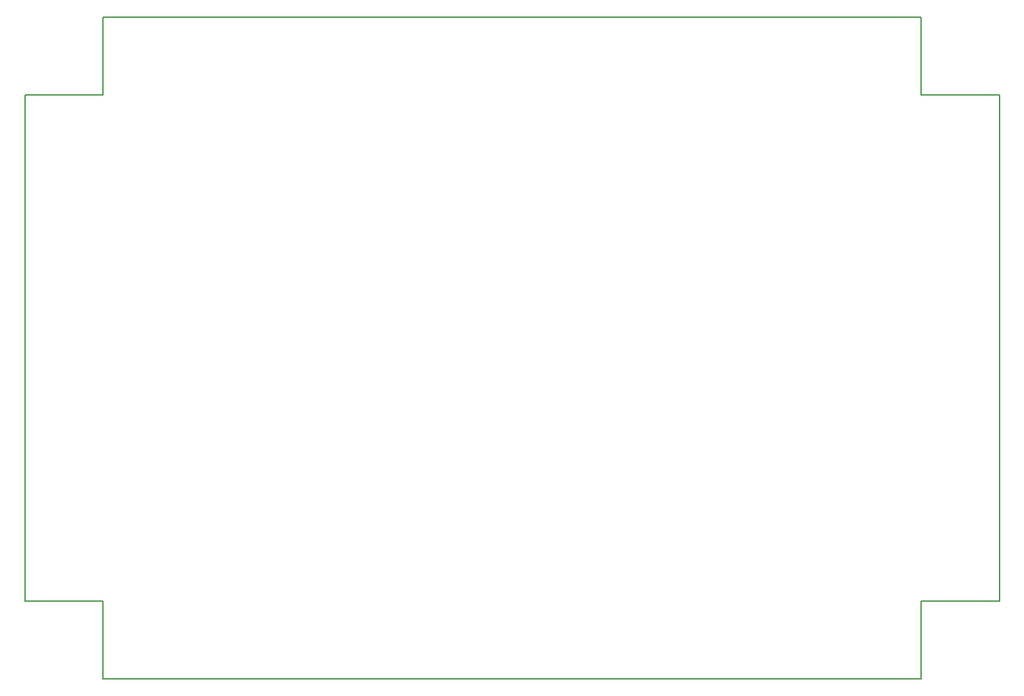
<source format=gbr>
G04 #@! TF.GenerationSoftware,KiCad,Pcbnew,5.0.2-bee76a0~70~ubuntu18.04.1*
G04 #@! TF.CreationDate,2019-05-07T12:57:47+02:00*
G04 #@! TF.ProjectId,pcb_wifi,7063625f-7769-4666-992e-6b696361645f,rev?*
G04 #@! TF.SameCoordinates,Original*
G04 #@! TF.FileFunction,Profile,NP*
%FSLAX46Y46*%
G04 Gerber Fmt 4.6, Leading zero omitted, Abs format (unit mm)*
G04 Created by KiCad (PCBNEW 5.0.2-bee76a0~70~ubuntu18.04.1) date Di 07 Mai 2019 12:57:47 CEST*
%MOMM*%
%LPD*%
G01*
G04 APERTURE LIST*
%ADD10C,0.200000*%
%ADD11C,0.150000*%
G04 APERTURE END LIST*
D10*
X165000000Y-52500000D02*
X175000000Y-52500000D01*
X165000000Y-42500000D02*
X165000000Y-52500000D01*
X60000000Y-52500000D02*
X60000000Y-42500000D01*
X50000000Y-52500000D02*
X60000000Y-52500000D01*
X60000000Y-117500000D02*
X50000000Y-117500000D01*
X60000000Y-127500000D02*
X60000000Y-117500000D01*
X165000000Y-117500000D02*
X165000000Y-127500000D01*
X175000000Y-117500000D02*
X165000000Y-117500000D01*
D11*
X50000000Y-117500000D02*
X50000000Y-52500000D01*
X165000000Y-127500000D02*
X60000000Y-127500000D01*
X175000000Y-52500000D02*
X175000000Y-117500000D01*
X60000000Y-42500000D02*
X165000000Y-42500000D01*
M02*

</source>
